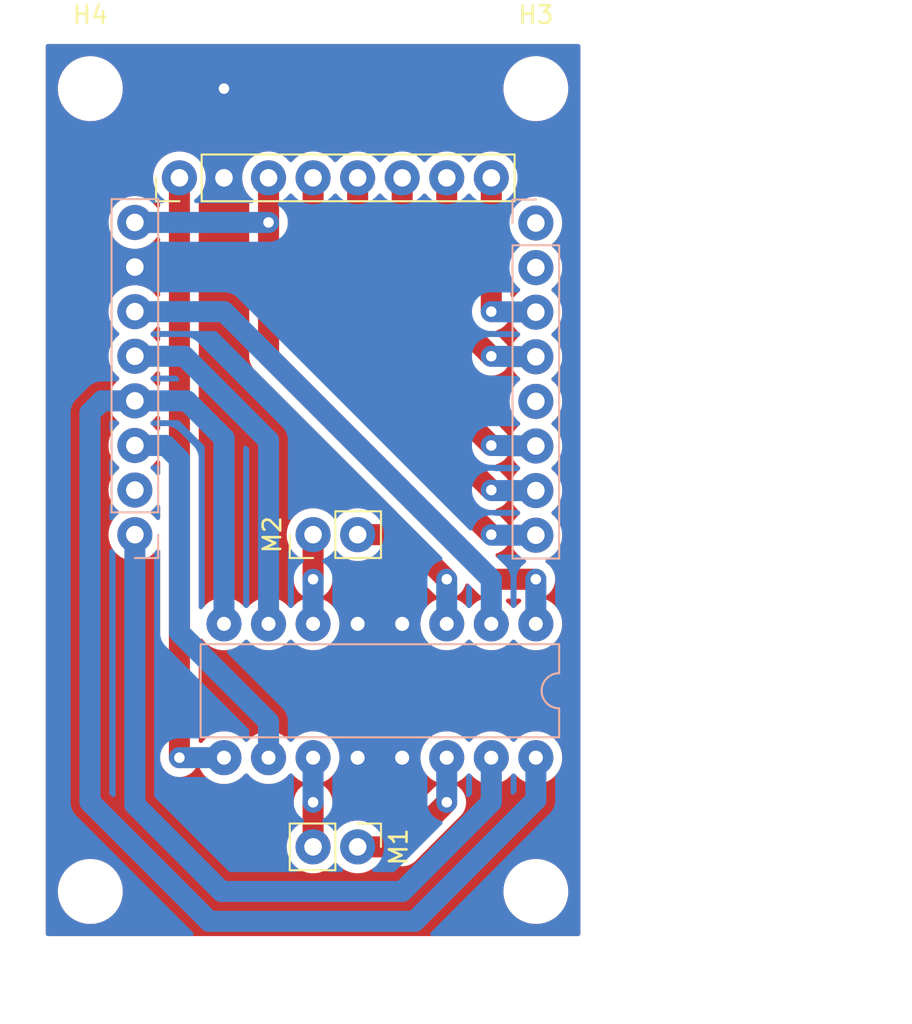
<source format=kicad_pcb>
(kicad_pcb (version 20221018) (generator pcbnew)
  (layers (0 "F.Cu" signal) (31 "B.Cu" signal) (34 "B.Paste" user) (35 "F.Paste" user) (36 "B.SilkS" user "B.Silkscreen") (37 "F.SilkS" user "F.Silkscreen") (38 "B.Mask" user) (39 "F.Mask" user) (44 "Edge.Cuts" user))
  (net 0 "")
  (net 1 "Net-(Conn_ESP1-Pin_6)")
  (net 2 "Net-(Conn_ESP1-Pin_7)")
  (net 3 "Net-(Conn_ESP2-Pin_4)")
  (net 4 "Net-(Conn_ESP2-Pin_3)")
  (net 5 "Net-(Conn_ESP2-Pin_2)")
  (net 6 "Net-(Conn_ESP2-Pin_5)")
  (net 7 "Net-(Conn_ESP2-Pin_6)")
  (net 8 "Net-(Conn_ESP1-Pin_3)")
  (net 9 "Net-(Conn_ESP1-Pin_4)")
  (net 10 "Net-(Conn_ESP1-Pin_8)")
  (net 14 "Net-(Conn_ESP2-Pin_1)")
  (net 15 "Net-(BT-ESP1-+)")
  (net 16 "Net-(BT-M1-+)")
  (net 17 "Net-(L293D1-4Y)")
  (net 18 "Net-(L293D1-3Y)")
  (net 19 "Net-(L293D1-2Y)")
  (net 20 "Net-(L293D1-1Y)")
  (net 21 "GND")
  (footprint "Connector_PinHeader_2.54mm:PinHeader_1x02_P2.54mm_Vertical" (layer "F.Cu") (at 27.94 40.64 90)
    (fp_text reference "M2" (at 0 -2.33 90) (layer "F.SilkS"))
    (fp_text value "Conn_01x02_Pin")
    (fp_line (start -1.33 -1.33) (end 0 -1.33) (stroke (width 0.12)) (layer "F.SilkS"))
    (fp_line (start -1.33 0) (end -1.33 -1.33) (stroke (width 0.12)) (layer "F.SilkS"))
    (fp_line (start -1.33 1.27) (end -1.33 3.87) (stroke (width 0.12)) (layer "F.SilkS"))
    (fp_line (start -1.33 1.27) (end 1.33 1.27) (stroke (width 0.12)) (layer "F.SilkS"))
    (fp_line (start -1.33 3.87) (end 1.33 3.87) (stroke (width 0.12)) (layer "F.SilkS"))
    (fp_line (start 1.33 1.27) (end 1.33 3.87) (stroke (width 0.12)) (layer "F.SilkS"))
    (pad "1" thru_hole circle (at 0 0 90) (size 2 2) (drill 1) (layers "*.Cu" "*.Mask") (net 18 "Net-(L293D1-3Y)"))
    (pad "2" thru_hole circle (at 0 2.54 90) (size 2 2) (drill 1) (layers "*.Cu" "*.Mask") (net 17 "Net-(L293D1-4Y)"))
  )
  (footprint "MountingHole:MountingHole_3.2mm_M3" (layer "F.Cu") (at 15.24 60.96)
    (fp_text reference "H1" hide)
    (fp_text value "MountingHole")
    (pad "" np_thru_hole circle (at 0 0) (size 3.2 3.2) (drill 3.2) (layers "*.Cu" "*.Mask"))
  )
  (footprint "Connector_PinHeader_2.54mm:PinHeader_1x02_P2.54mm_Vertical" (layer "F.Cu") (at 30.48 58.42 -90)
    (fp_text reference "M1" (at 0 -2.33 90) (layer "F.SilkS"))
    (fp_text value "Conn_01x02_Pin")
    (fp_line (start -1.33 -1.33) (end 0 -1.33) (stroke (width 0.12)) (layer "F.SilkS"))
    (fp_line (start -1.33 0) (end -1.33 -1.33) (stroke (width 0.12)) (layer "F.SilkS"))
    (fp_line (start -1.33 1.27) (end -1.33 3.87) (stroke (width 0.12)) (layer "F.SilkS"))
    (fp_line (start -1.33 1.27) (end 1.33 1.27) (stroke (width 0.12)) (layer "F.SilkS"))
    (fp_line (start -1.33 3.87) (end 1.33 3.87) (stroke (width 0.12)) (layer "F.SilkS"))
    (fp_line (start 1.33 1.27) (end 1.33 3.87) (stroke (width 0.12)) (layer "F.SilkS"))
    (pad "1" thru_hole circle (at 0 0 270) (size 2 2) (drill 1) (layers "*.Cu" "*.Mask") (net 20 "Net-(L293D1-1Y)"))
    (pad "2" thru_hole circle (at 0 2.54 270) (size 2 2) (drill 1) (layers "*.Cu" "*.Mask") (net 19 "Net-(L293D1-2Y)"))
  )
  (footprint "Connector_PinHeader_2.54mm:PinHeader_1x08_P2.54mm_Vertical" (layer "F.Cu") (at 20.32 20.32 90)
    (fp_text reference "VCC_Flash1" hide)
    (fp_text value "Conn_01x08_Pin")
    (fp_line (start -1.33 -1.33) (end 0 -1.33) (stroke (width 0.12)) (layer "F.SilkS"))
    (fp_line (start -1.33 0) (end -1.33 -1.33) (stroke (width 0.12)) (layer "F.SilkS"))
    (fp_line (start -1.33 1.27) (end -1.33 19.11) (stroke (width 0.12)) (layer "F.SilkS"))
    (fp_line (start -1.33 1.27) (end 1.33 1.27) (stroke (width 0.12)) (layer "F.SilkS"))
    (fp_line (start -1.33 19.11) (end 1.33 19.11) (stroke (width 0.12)) (layer "F.SilkS"))
    (fp_line (start 1.33 1.27) (end 1.33 19.11) (stroke (width 0.12)) (layer "F.SilkS"))
    (pad "1" thru_hole circle (at 0 0 90) (size 2 2) (drill 1) (layers "*.Cu" "*.Mask") (net 16 "Net-(BT-M1-+)"))
    (pad "2" thru_hole circle (at 0 2.54 90) (size 2 2) (drill 1) (layers "*.Cu" "*.Mask") (net 21 "GND"))
    (pad "3" thru_hole circle (at 0 5.08 90) (size 2 2) (drill 1) (layers "*.Cu" "*.Mask") (net 15 "Net-(BT-ESP1-+)"))
    (pad "4" thru_hole circle (at 0 7.62 90) (size 2 2) (drill 1) (layers "*.Cu" "*.Mask") (net 10 "Net-(Conn_ESP1-Pin_8)"))
    (pad "5" thru_hole circle (at 0 10.16 90) (size 2 2) (drill 1) (layers "*.Cu" "*.Mask") (net 2 "Net-(Conn_ESP1-Pin_7)"))
    (pad "6" thru_hole circle (at 0 12.7 90) (size 2 2) (drill 1) (layers "*.Cu" "*.Mask") (net 1 "Net-(Conn_ESP1-Pin_6)"))
    (pad "7" thru_hole circle (at 0 15.24 90) (size 2 2) (drill 1) (layers "*.Cu" "*.Mask") (net 9 "Net-(Conn_ESP1-Pin_4)"))
    (pad "8" thru_hole circle (at 0 17.78 90) (size 2 2) (drill 1) (layers "*.Cu" "*.Mask") (net 8 "Net-(Conn_ESP1-Pin_3)"))
  )
  (footprint "MountingHole:MountingHole_3.2mm_M3" (layer "F.Cu") (at 15.24 15.24)
    (fp_text reference "H4" (at 0 -4.2) (layer "F.SilkS"))
    (fp_text value "MountingHole")
    (pad "" np_thru_hole circle (at 0 0) (size 3.2 3.2) (drill 3.2) (layers "*.Cu" "*.Mask"))
  )
  (footprint "MountingHole:MountingHole_3.2mm_M3" (layer "F.Cu") (at 40.64 60.96)
    (fp_text reference "H2" hide)
    (fp_text value "MountingHole")
    (pad "" np_thru_hole circle (at 0 0) (size 3.2 3.2) (drill 3.2) (layers "*.Cu" "*.Mask"))
  )
  (footprint "MountingHole:MountingHole_3.2mm_M3" (layer "F.Cu") (at 40.64 15.24)
    (fp_text reference "H3" (at 0 -4.2) (layer "F.SilkS"))
    (fp_text value "MountingHole")
    (pad "" np_thru_hole circle (at 0 0) (size 3.2 3.2) (drill 3.2) (layers "*.Cu" "*.Mask"))
  )
  (footprint "Package_DIP:DIP-16_W7.62mm" (layer "B.Cu") (at 40.64 53.34 90)
    (fp_text reference "L293D1" hide)
    (fp_text value "L293D")
    (fp_line (start 1.16 -19.11) (end 6.46 -19.11) (stroke (width 0.12)) (layer "B.SilkS"))
    (fp_line (start 1.16 1.33) (end 1.16 -19.11) (stroke (width 0.12)) (layer "B.SilkS"))
    (fp_line (start 2.81 1.33) (end 1.16 1.33) (stroke (width 0.12)) (layer "B.SilkS"))
    (fp_line (start 6.46 -19.11) (end 6.46 1.33) (stroke (width 0.12)) (layer "B.SilkS"))
    (fp_line (start 6.46 1.33) (end 4.81 1.33) (stroke (width 0.12)) (layer "B.SilkS"))
    (fp_arc (start 2.81 1.33) (mid 3.81 0.33) (end 4.81 1.33) (stroke (width 0.12)) (layer "B.SilkS"))
    (pad "1" thru_hole circle (at 0 0 90) (size 2 2) (drill 0.8) (layers "*.Cu" "*.Mask") (net 3 "Net-(Conn_ESP2-Pin_4)"))
    (pad "2" thru_hole circle (at 0 -2.54 90) (size 2 2) (drill 0.8) (layers "*.Cu" "*.Mask") (net 14 "Net-(Conn_ESP2-Pin_1)"))
    (pad "3" thru_hole circle (at 0 -5.08 90) (size 2 2) (drill 0.8) (layers "*.Cu" "*.Mask") (net 20 "Net-(L293D1-1Y)"))
    (pad "4" thru_hole circle (at 0 -7.62 90) (size 2 2) (drill 0.8) (layers "*.Cu" "*.Mask") (net 21 "GND"))
    (pad "5" thru_hole circle (at 0 -10.16 90) (size 2 2) (drill 0.8) (layers "*.Cu" "*.Mask") (net 21 "GND"))
    (pad "6" thru_hole circle (at 0 -12.7 90) (size 2 2) (drill 0.8) (layers "*.Cu" "*.Mask") (net 19 "Net-(L293D1-2Y)"))
    (pad "7" thru_hole circle (at 0 -15.24 90) (size 2 2) (drill 0.8) (layers "*.Cu" "*.Mask") (net 4 "Net-(Conn_ESP2-Pin_3)"))
    (pad "8" thru_hole circle (at 0 -17.78 90) (size 2 2) (drill 0.8) (layers "*.Cu" "*.Mask") (net 16 "Net-(BT-M1-+)"))
    (pad "9" thru_hole circle (at 7.62 -17.78 90) (size 2 2) (drill 0.8) (layers "*.Cu" "*.Mask") (net 3 "Net-(Conn_ESP2-Pin_4)"))
    (pad "10" thru_hole circle (at 7.62 -15.24 90) (size 2 2) (drill 0.8) (layers "*.Cu" "*.Mask") (net 6 "Net-(Conn_ESP2-Pin_5)"))
    (pad "11" thru_hole circle (at 7.62 -12.7 90) (size 2 2) (drill 0.8) (layers "*.Cu" "*.Mask") (net 18 "Net-(L293D1-3Y)"))
    (pad "12" thru_hole circle (at 7.62 -10.16 90) (size 2 2) (drill 0.8) (layers "*.Cu" "*.Mask") (net 21 "GND"))
    (pad "13" thru_hole circle (at 7.62 -7.62 90) (size 2 2) (drill 0.8) (layers "*.Cu" "*.Mask") (net 21 "GND"))
    (pad "14" thru_hole circle (at 7.62 -5.08 90) (size 2 2) (drill 0.8) (layers "*.Cu" "*.Mask") (net 17 "Net-(L293D1-4Y)"))
    (pad "15" thru_hole circle (at 7.62 -2.54 90) (size 2 2) (drill 0.8) (layers "*.Cu" "*.Mask") (net 7 "Net-(Conn_ESP2-Pin_6)"))
    (pad "16" thru_hole circle (at 7.62 0 90) (size 2 2) (drill 0.8) (layers "*.Cu" "*.Mask") (net 15 "Net-(BT-ESP1-+)"))
  )
  (footprint "Connector_PinSocket_2.54mm:PinSocket_1x08_P2.54mm_Vertical" (layer "B.Cu") (at 17.78 40.64)
    (fp_text reference "Conn_ESP2" hide)
    (fp_text value "Conn_01x08_Socket")
    (fp_line (start -1.33 -19.11) (end 1.33 -19.11) (stroke (width 0.12)) (layer "B.SilkS"))
    (fp_line (start -1.33 -1.27) (end -1.33 -19.11) (stroke (width 0.12)) (layer "B.SilkS"))
    (fp_line (start -1.33 -1.27) (end 1.33 -1.27) (stroke (width 0.12)) (layer "B.SilkS"))
    (fp_line (start 0 1.33) (end 1.33 1.33) (stroke (width 0.12)) (layer "B.SilkS"))
    (fp_line (start 1.33 -1.27) (end 1.33 -19.11) (stroke (width 0.12)) (layer "B.SilkS"))
    (fp_line (start 1.33 1.33) (end 1.33 0) (stroke (width 0.12)) (layer "B.SilkS"))
    (pad "1" thru_hole circle (at 0 0) (size 2 2) (drill 1) (layers "*.Cu" "*.Mask") (net 14 "Net-(Conn_ESP2-Pin_1)"))
    (pad "2" thru_hole circle (at 0 -2.54) (size 2 2) (drill 1) (layers "*.Cu" "*.Mask") (net 5 "Net-(Conn_ESP2-Pin_2)"))
    (pad "3" thru_hole circle (at 0 -5.08) (size 2 2) (drill 1) (layers "*.Cu" "*.Mask") (net 4 "Net-(Conn_ESP2-Pin_3)"))
    (pad "4" thru_hole circle (at 0 -7.62) (size 2 2) (drill 1) (layers "*.Cu" "*.Mask") (net 3 "Net-(Conn_ESP2-Pin_4)"))
    (pad "5" thru_hole circle (at 0 -10.16) (size 2 2) (drill 1) (layers "*.Cu" "*.Mask") (net 6 "Net-(Conn_ESP2-Pin_5)"))
    (pad "6" thru_hole circle (at 0 -12.7) (size 2 2) (drill 1) (layers "*.Cu" "*.Mask") (net 7 "Net-(Conn_ESP2-Pin_6)"))
    (pad "7" thru_hole circle (at 0 -15.24) (size 2 2) (drill 1) (layers "*.Cu" "*.Mask") (net 21 "GND"))
    (pad "8" thru_hole circle (at 0 -17.78) (size 2 2) (drill 1) (layers "*.Cu" "*.Mask") (net 15 "Net-(BT-ESP1-+)"))
  )
  (footprint "Connector_PinSocket_2.54mm:PinSocket_1x08_P2.54mm_Vertical" (layer "B.Cu") (at 40.64 22.89 180)
    (fp_text reference "Conn_ESP1" hide)
    (fp_text value "Conn_01x08_Socket")
    (fp_line (start -1.33 -19.11) (end 1.33 -19.11) (stroke (width 0.12)) (layer "B.SilkS"))
    (fp_line (start -1.33 -1.27) (end -1.33 -19.11) (stroke (width 0.12)) (layer "B.SilkS"))
    (fp_line (start -1.33 -1.27) (end 1.33 -1.27) (stroke (width 0.12)) (layer "B.SilkS"))
    (fp_line (start 0 1.33) (end 1.33 1.33) (stroke (width 0.12)) (layer "B.SilkS"))
    (fp_line (start 1.33 -1.27) (end 1.33 -19.11) (stroke (width 0.12)) (layer "B.SilkS"))
    (fp_line (start 1.33 1.33) (end 1.33 0) (stroke (width 0.12)) (layer "B.SilkS"))
    (pad "1" thru_hole circle (at 0 0 180) (size 2 2) (drill 1) (layers "*.Cu" "*.Mask"))
    (pad "2" thru_hole circle (at 0 -2.54 180) (size 2 2) (drill 1) (layers "*.Cu" "*.Mask"))
    (pad "3" thru_hole circle (at 0 -5.08 180) (size 2 2) (drill 1) (layers "*.Cu" "*.Mask") (net 8 "Net-(Conn_ESP1-Pin_3)"))
    (pad "4" thru_hole circle (at 0 -7.62 180) (size 2 2) (drill 1) (layers "*.Cu" "*.Mask") (net 9 "Net-(Conn_ESP1-Pin_4)"))
    (pad "5" thru_hole circle (at 0 -10.16 180) (size 2 2) (drill 1) (layers "*.Cu" "*.Mask"))
    (pad "6" thru_hole circle (at 0 -12.7 180) (size 2 2) (drill 1) (layers "*.Cu" "*.Mask") (net 1 "Net-(Conn_ESP1-Pin_6)"))
    (pad "7" thru_hole circle (at 0 -15.24 180) (size 2 2) (drill 1) (layers "*.Cu" "*.Mask") (net 2 "Net-(Conn_ESP1-Pin_7)"))
    (pad "8" thru_hole circle (at 0 -17.78 180) (size 2 2) (drill 1) (layers "*.Cu" "*.Mask") (net 10 "Net-(Conn_ESP1-Pin_8)"))
  )
  (segment (start 33.02 30.48) (end 33.02 20.32) (width 1.2) (layer "F.Cu") (net 1))
  (segment (start 38.1 35.56) (end 33.02 30.48) (width 1.2) (layer "F.Cu") (net 1))
  (via (at 38.1 35.56) (size 0.8) (drill 0.6) (layers "F.Cu" "B.Cu") (net 1))
  (segment (start 40.64 35.59) (end 38.1 35.56) (width 1.2) (layer "B.Cu") (net 1))
  (segment (start 30.48 30.48) (end 30.48 20.32) (width 1.2) (layer "F.Cu") (net 2))
  (segment (start 38.1 38.1) (end 30.48 30.48) (width 1.2) (layer "F.Cu") (net 2))
  (via (at 38.1 38.1) (size 0.8) (drill 0.6) (layers "F.Cu" "B.Cu") (net 2))
  (segment (start 40.64 38.13) (end 38.13 38.13) (width 1.2) (layer "B.Cu") (net 2))
  (segment (start 38.13 38.13) (end 38.1 38.1) (width 1.2) (layer "B.Cu") (net 2))
  (segment (start 22.02 62.66) (end 33.724164 62.66) (width 1.2) (layer "B.Cu") (net 3))
  (segment (start 15.22 55.859999) (end 22.02 62.66) (width 1.2) (layer "B.Cu") (net 3))
  (segment (start 22.86 45.72) (end 22.86 35.14132) (width 1.2) (layer "B.Cu") (net 3))
  (segment (start 40.64 55.744164) (end 40.64 53.34) (width 1.2) (layer "B.Cu") (net 3))
  (segment (start 15.902718 33.02) (end 15.22 33.702718) (width 1.2) (layer "B.Cu") (net 3))
  (segment (start 22.86 35.14132) (end 20.73868 33.02) (width 1.2) (layer "B.Cu") (net 3))
  (segment (start 15.22 33.702718) (end 15.22 55.859999) (width 1.2) (layer "B.Cu") (net 3))
  (segment (start 20.73868 33.02) (end 17.78 33.02) (width 1.2) (layer "B.Cu") (net 3))
  (segment (start 17.78 33.02) (end 15.902718 33.02) (width 1.2) (layer "B.Cu") (net 3))
  (segment (start 33.724164 62.66) (end 40.64 55.744164) (width 1.2) (layer "B.Cu") (net 3))
  (segment (start 19.536355 35.56) (end 20.32 36.343645) (width 1.2) (layer "B.Cu") (net 4))
  (segment (start 17.78 35.56) (end 19.536355 35.56) (width 1.2) (layer "B.Cu") (net 4))
  (segment (start 25.4 51.293492) (end 25.4 53.34) (width 1.2) (layer "B.Cu") (net 4))
  (segment (start 20.32 46.213492) (end 25.4 51.293492) (width 1.2) (layer "B.Cu") (net 4))
  (segment (start 20.32 36.343645) (end 20.32 46.213492) (width 1.2) (layer "B.Cu") (net 4))
  (segment (start 25.4 35.277156) (end 20.602844 30.48) (width 1.2) (layer "B.Cu") (net 6))
  (segment (start 20.602844 30.48) (end 17.78 30.48) (width 1.2) (layer "B.Cu") (net 6))
  (segment (start 25.4 45.72) (end 25.4 35.277156) (width 1.2) (layer "B.Cu") (net 6))
  (segment (start 38.1 43.18) (end 38.1 45.72) (width 1.2) (layer "B.Cu") (net 7))
  (segment (start 17.78 27.94) (end 22.86 27.94) (width 1.2) (layer "B.Cu") (net 7))
  (segment (start 22.86 27.94) (end 38.1 43.18) (width 1.2) (layer "B.Cu") (net 7))
  (segment (start 38.1 20.32) (end 38.1 27.94) (width 1.2) (layer "F.Cu") (net 8))
  (via (at 38.1 27.94) (size 0.8) (drill 0.6) (layers "F.Cu" "B.Cu") (net 8))
  (segment (start 40.64 27.97) (end 38.1 27.94) (width 1.2) (layer "B.Cu") (net 8))
  (segment (start 38.1 30.48) (end 35.56 27.94) (width 1.2) (layer "F.Cu") (net 9))
  (segment (start 35.56 27.94) (end 35.56 20.32) (width 1.2) (layer "F.Cu") (net 9))
  (via (at 38.1 30.48) (size 0.8) (drill 0.6) (layers "F.Cu" "B.Cu") (net 9))
  (segment (start 40.64 30.51) (end 38.1 30.48) (width 1.2) (layer "B.Cu") (net 9))
  (segment (start 38.1 40.64) (end 27.94 30.48) (width 1.2) (layer "F.Cu") (net 10))
  (segment (start 27.94 30.48) (end 27.94 20.32) (width 1.2) (layer "F.Cu") (net 10))
  (via (at 38.1 40.64) (size 0.8) (drill 0.6) (layers "F.Cu" "B.Cu") (net 10))
  (segment (start 40.64 40.67) (end 38.13 40.67) (width 1.2) (layer "B.Cu") (net 10))
  (segment (start 38.13 40.67) (end 38.1 40.64) (width 1.2) (layer "B.Cu") (net 10))
  (segment (start 38.1 53.34) (end 38.1 55.88) (width 1.2) (layer "B.Cu") (net 14))
  (segment (start 33.02 60.96) (end 22.724164 60.96) (width 1.2) (layer "B.Cu") (net 14))
  (segment (start 22.724164 60.96) (end 17.78 56.015836) (width 1.2) (layer "B.Cu") (net 14))
  (segment (start 38.1 55.88) (end 33.02 60.96) (width 1.2) (layer "B.Cu") (net 14))
  (segment (start 17.78 56.015836) (end 17.78 40.64) (width 1.2) (layer "B.Cu") (net 14))
  (segment (start 25.4 22.86) (end 25.4 30.48) (width 1.2) (layer "F.Cu") (net 15))
  (segment (start 38.1 43.18) (end 40.64 43.18) (width 1.2) (layer "F.Cu") (net 15))
  (segment (start 25.4 30.48) (end 38.1 43.18) (width 1.2) (layer "F.Cu") (net 15))
  (segment (start 25.4 22.86) (end 25.4 20.32) (width 1.2) (layer "F.Cu") (net 15))
  (via (at 40.64 43.18) (size 0.8) (drill 0.6) (layers "F.Cu" "B.Cu") (net 15))
  (via (at 25.4 22.86) (size 0.8) (drill 0.6) (layers "F.Cu" "B.Cu") (net 15))
  (segment (start 40.64 45.72) (end 40.64 43.18) (width 1.2) (layer "B.Cu") (net 15))
  (segment (start 17.78 22.86) (end 25.4 22.86) (width 1.2) (layer "B.Cu") (net 15))
  (segment (start 20.32 53.34) (end 20.32 20.32) (width 1.2) (layer "F.Cu") (net 16))
  (via (at 20.32 53.34) (size 0.8) (drill 0.6) (layers "F.Cu" "B.Cu") (net 16))
  (segment (start 22.86 53.34) (end 20.32 53.34) (width 1.2) (layer "B.Cu") (net 16))
  (segment (start 30.48 40.64) (end 33.02 40.64) (width 1.2) (layer "F.Cu") (net 17))
  (segment (start 33.02 40.64) (end 35.56 43.18) (width 1.2) (layer "F.Cu") (net 17))
  (via (at 35.56 43.18) (size 0.8) (drill 0.6) (layers "F.Cu" "B.Cu") (net 17))
  (segment (start 35.56 45.72) (end 35.56 43.18) (width 1.2) (layer "B.Cu") (net 17))
  (segment (start 27.94 43.18) (end 27.94 40.64) (width 1.2) (layer "F.Cu") (net 18))
  (via (at 27.94 43.18) (size 0.8) (drill 0.6) (layers "F.Cu" "B.Cu") (net 18))
  (segment (start 27.94 45.72) (end 27.94 43.18) (width 1.2) (layer "B.Cu") (net 18))
  (segment (start 27.94 58.42) (end 27.94 55.88) (width 1.2) (layer "F.Cu") (net 19))
  (via (at 27.94 55.88) (size 0.8) (drill 0.6) (layers "F.Cu" "B.Cu") (net 19))
  (segment (start 27.94 53.34) (end 27.94 55.88) (width 1.2) (layer "B.Cu") (net 19))
  (segment (start 33.02 58.42) (end 35.56 55.88) (width 1.2) (layer "F.Cu") (net 20))
  (segment (start 30.48 58.42) (end 33.02 58.42) (width 1.2) (layer "F.Cu") (net 20))
  (via (at 35.56 55.88) (size 0.8) (drill 0.6) (layers "F.Cu" "B.Cu") (net 20))
  (segment (start 35.56 53.34) (end 35.56 55.88) (width 1.2) (layer "B.Cu") (net 20))
  (via (at 22.86 15.24) (size 0.8) (drill 0.6) (layers "F.Cu" "B.Cu") (net 21))
  (zone (net 21) (net_name "GND") (layer "F.Cu") (connect_pads yes (clearance 0.5)) (min_thickness 0.25) (fill yes (thermal_gap 0.5) (thermal_bridge_width 0.5) (island_removal_mode 1) (island_area_min 10))
    (polygon (pts (xy 12.7 63.5) (xy 12.7 12.7) (xy 43.18 12.7) (xy 43.18 63.5)))
  )
  (zone (net 21) (net_name "GND") (layer "B.Cu") (priority 1) (connect_pads yes (clearance 0.5)) (min_thickness 0.25) (fill yes (thermal_gap 0.5) (thermal_bridge_width 0.5) (island_removal_mode 1) (island_area_min 10))
    (polygon (pts (xy 12.7 12.7) (xy 43.18 12.7) (xy 43.18 63.5) (xy 12.7 63.5)))
  )
)
</source>
